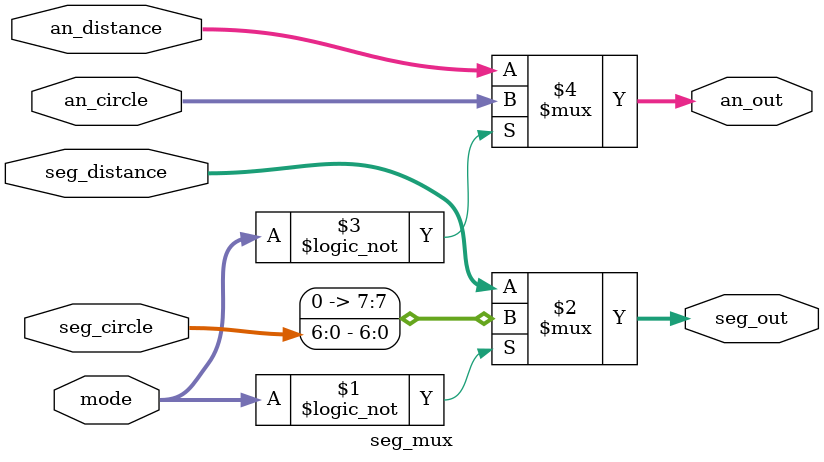
<source format=v>
module seg_mux (
    input wire [1:0] mode,
    input wire [7:0] seg_distance,
    input wire [3:0] an_distance,
    input wire [6:0] seg_circle,
    input wire [3:0] an_circle,
    output wire [7:0] seg_out,
    output wire [3:0] an_out
);

    localparam MODE_IDLE = 2'd0;

    assign seg_out = (mode == MODE_IDLE) ? {1'b0, seg_circle} : seg_distance;
    assign an_out  = (mode == MODE_IDLE) ? an_circle : an_distance;
endmodule

</source>
